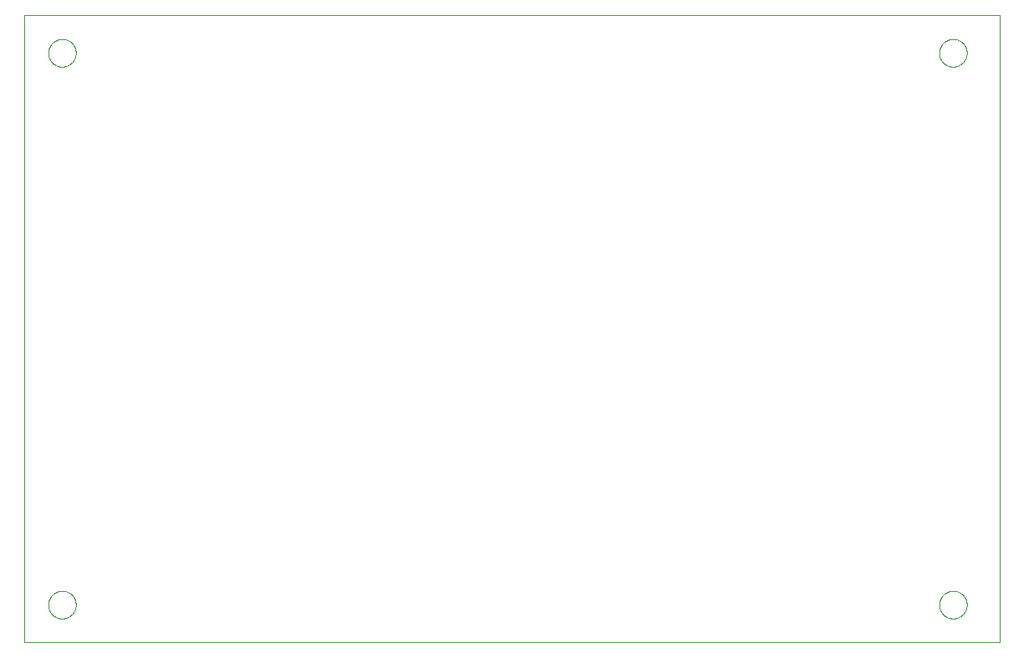
<source format=gtp>
G75*
%MOIN*%
%OFA0B0*%
%FSLAX25Y25*%
%IPPOS*%
%LPD*%
%AMOC8*
5,1,8,0,0,1.08239X$1,22.5*
%
%ADD10C,0.00000*%
D10*
X0001000Y0008000D02*
X0001000Y0257961D01*
X0389701Y0257961D01*
X0389701Y0008000D01*
X0001000Y0008000D01*
X0010488Y0023000D02*
X0010490Y0023148D01*
X0010496Y0023296D01*
X0010506Y0023444D01*
X0010520Y0023591D01*
X0010538Y0023738D01*
X0010559Y0023884D01*
X0010585Y0024030D01*
X0010615Y0024175D01*
X0010648Y0024319D01*
X0010686Y0024462D01*
X0010727Y0024604D01*
X0010772Y0024745D01*
X0010820Y0024885D01*
X0010873Y0025024D01*
X0010929Y0025161D01*
X0010989Y0025296D01*
X0011052Y0025430D01*
X0011119Y0025562D01*
X0011190Y0025692D01*
X0011264Y0025820D01*
X0011341Y0025946D01*
X0011422Y0026070D01*
X0011506Y0026192D01*
X0011593Y0026311D01*
X0011684Y0026428D01*
X0011778Y0026543D01*
X0011874Y0026655D01*
X0011974Y0026765D01*
X0012076Y0026871D01*
X0012182Y0026975D01*
X0012290Y0027076D01*
X0012401Y0027174D01*
X0012514Y0027270D01*
X0012630Y0027362D01*
X0012748Y0027451D01*
X0012869Y0027536D01*
X0012992Y0027619D01*
X0013117Y0027698D01*
X0013244Y0027774D01*
X0013373Y0027846D01*
X0013504Y0027915D01*
X0013637Y0027980D01*
X0013772Y0028041D01*
X0013908Y0028099D01*
X0014045Y0028154D01*
X0014184Y0028204D01*
X0014325Y0028251D01*
X0014466Y0028294D01*
X0014609Y0028334D01*
X0014753Y0028369D01*
X0014897Y0028401D01*
X0015043Y0028428D01*
X0015189Y0028452D01*
X0015336Y0028472D01*
X0015483Y0028488D01*
X0015630Y0028500D01*
X0015778Y0028508D01*
X0015926Y0028512D01*
X0016074Y0028512D01*
X0016222Y0028508D01*
X0016370Y0028500D01*
X0016517Y0028488D01*
X0016664Y0028472D01*
X0016811Y0028452D01*
X0016957Y0028428D01*
X0017103Y0028401D01*
X0017247Y0028369D01*
X0017391Y0028334D01*
X0017534Y0028294D01*
X0017675Y0028251D01*
X0017816Y0028204D01*
X0017955Y0028154D01*
X0018092Y0028099D01*
X0018228Y0028041D01*
X0018363Y0027980D01*
X0018496Y0027915D01*
X0018627Y0027846D01*
X0018756Y0027774D01*
X0018883Y0027698D01*
X0019008Y0027619D01*
X0019131Y0027536D01*
X0019252Y0027451D01*
X0019370Y0027362D01*
X0019486Y0027270D01*
X0019599Y0027174D01*
X0019710Y0027076D01*
X0019818Y0026975D01*
X0019924Y0026871D01*
X0020026Y0026765D01*
X0020126Y0026655D01*
X0020222Y0026543D01*
X0020316Y0026428D01*
X0020407Y0026311D01*
X0020494Y0026192D01*
X0020578Y0026070D01*
X0020659Y0025946D01*
X0020736Y0025820D01*
X0020810Y0025692D01*
X0020881Y0025562D01*
X0020948Y0025430D01*
X0021011Y0025296D01*
X0021071Y0025161D01*
X0021127Y0025024D01*
X0021180Y0024885D01*
X0021228Y0024745D01*
X0021273Y0024604D01*
X0021314Y0024462D01*
X0021352Y0024319D01*
X0021385Y0024175D01*
X0021415Y0024030D01*
X0021441Y0023884D01*
X0021462Y0023738D01*
X0021480Y0023591D01*
X0021494Y0023444D01*
X0021504Y0023296D01*
X0021510Y0023148D01*
X0021512Y0023000D01*
X0021510Y0022852D01*
X0021504Y0022704D01*
X0021494Y0022556D01*
X0021480Y0022409D01*
X0021462Y0022262D01*
X0021441Y0022116D01*
X0021415Y0021970D01*
X0021385Y0021825D01*
X0021352Y0021681D01*
X0021314Y0021538D01*
X0021273Y0021396D01*
X0021228Y0021255D01*
X0021180Y0021115D01*
X0021127Y0020976D01*
X0021071Y0020839D01*
X0021011Y0020704D01*
X0020948Y0020570D01*
X0020881Y0020438D01*
X0020810Y0020308D01*
X0020736Y0020180D01*
X0020659Y0020054D01*
X0020578Y0019930D01*
X0020494Y0019808D01*
X0020407Y0019689D01*
X0020316Y0019572D01*
X0020222Y0019457D01*
X0020126Y0019345D01*
X0020026Y0019235D01*
X0019924Y0019129D01*
X0019818Y0019025D01*
X0019710Y0018924D01*
X0019599Y0018826D01*
X0019486Y0018730D01*
X0019370Y0018638D01*
X0019252Y0018549D01*
X0019131Y0018464D01*
X0019008Y0018381D01*
X0018883Y0018302D01*
X0018756Y0018226D01*
X0018627Y0018154D01*
X0018496Y0018085D01*
X0018363Y0018020D01*
X0018228Y0017959D01*
X0018092Y0017901D01*
X0017955Y0017846D01*
X0017816Y0017796D01*
X0017675Y0017749D01*
X0017534Y0017706D01*
X0017391Y0017666D01*
X0017247Y0017631D01*
X0017103Y0017599D01*
X0016957Y0017572D01*
X0016811Y0017548D01*
X0016664Y0017528D01*
X0016517Y0017512D01*
X0016370Y0017500D01*
X0016222Y0017492D01*
X0016074Y0017488D01*
X0015926Y0017488D01*
X0015778Y0017492D01*
X0015630Y0017500D01*
X0015483Y0017512D01*
X0015336Y0017528D01*
X0015189Y0017548D01*
X0015043Y0017572D01*
X0014897Y0017599D01*
X0014753Y0017631D01*
X0014609Y0017666D01*
X0014466Y0017706D01*
X0014325Y0017749D01*
X0014184Y0017796D01*
X0014045Y0017846D01*
X0013908Y0017901D01*
X0013772Y0017959D01*
X0013637Y0018020D01*
X0013504Y0018085D01*
X0013373Y0018154D01*
X0013244Y0018226D01*
X0013117Y0018302D01*
X0012992Y0018381D01*
X0012869Y0018464D01*
X0012748Y0018549D01*
X0012630Y0018638D01*
X0012514Y0018730D01*
X0012401Y0018826D01*
X0012290Y0018924D01*
X0012182Y0019025D01*
X0012076Y0019129D01*
X0011974Y0019235D01*
X0011874Y0019345D01*
X0011778Y0019457D01*
X0011684Y0019572D01*
X0011593Y0019689D01*
X0011506Y0019808D01*
X0011422Y0019930D01*
X0011341Y0020054D01*
X0011264Y0020180D01*
X0011190Y0020308D01*
X0011119Y0020438D01*
X0011052Y0020570D01*
X0010989Y0020704D01*
X0010929Y0020839D01*
X0010873Y0020976D01*
X0010820Y0021115D01*
X0010772Y0021255D01*
X0010727Y0021396D01*
X0010686Y0021538D01*
X0010648Y0021681D01*
X0010615Y0021825D01*
X0010585Y0021970D01*
X0010559Y0022116D01*
X0010538Y0022262D01*
X0010520Y0022409D01*
X0010506Y0022556D01*
X0010496Y0022704D01*
X0010490Y0022852D01*
X0010488Y0023000D01*
X0010488Y0243000D02*
X0010490Y0243148D01*
X0010496Y0243296D01*
X0010506Y0243444D01*
X0010520Y0243591D01*
X0010538Y0243738D01*
X0010559Y0243884D01*
X0010585Y0244030D01*
X0010615Y0244175D01*
X0010648Y0244319D01*
X0010686Y0244462D01*
X0010727Y0244604D01*
X0010772Y0244745D01*
X0010820Y0244885D01*
X0010873Y0245024D01*
X0010929Y0245161D01*
X0010989Y0245296D01*
X0011052Y0245430D01*
X0011119Y0245562D01*
X0011190Y0245692D01*
X0011264Y0245820D01*
X0011341Y0245946D01*
X0011422Y0246070D01*
X0011506Y0246192D01*
X0011593Y0246311D01*
X0011684Y0246428D01*
X0011778Y0246543D01*
X0011874Y0246655D01*
X0011974Y0246765D01*
X0012076Y0246871D01*
X0012182Y0246975D01*
X0012290Y0247076D01*
X0012401Y0247174D01*
X0012514Y0247270D01*
X0012630Y0247362D01*
X0012748Y0247451D01*
X0012869Y0247536D01*
X0012992Y0247619D01*
X0013117Y0247698D01*
X0013244Y0247774D01*
X0013373Y0247846D01*
X0013504Y0247915D01*
X0013637Y0247980D01*
X0013772Y0248041D01*
X0013908Y0248099D01*
X0014045Y0248154D01*
X0014184Y0248204D01*
X0014325Y0248251D01*
X0014466Y0248294D01*
X0014609Y0248334D01*
X0014753Y0248369D01*
X0014897Y0248401D01*
X0015043Y0248428D01*
X0015189Y0248452D01*
X0015336Y0248472D01*
X0015483Y0248488D01*
X0015630Y0248500D01*
X0015778Y0248508D01*
X0015926Y0248512D01*
X0016074Y0248512D01*
X0016222Y0248508D01*
X0016370Y0248500D01*
X0016517Y0248488D01*
X0016664Y0248472D01*
X0016811Y0248452D01*
X0016957Y0248428D01*
X0017103Y0248401D01*
X0017247Y0248369D01*
X0017391Y0248334D01*
X0017534Y0248294D01*
X0017675Y0248251D01*
X0017816Y0248204D01*
X0017955Y0248154D01*
X0018092Y0248099D01*
X0018228Y0248041D01*
X0018363Y0247980D01*
X0018496Y0247915D01*
X0018627Y0247846D01*
X0018756Y0247774D01*
X0018883Y0247698D01*
X0019008Y0247619D01*
X0019131Y0247536D01*
X0019252Y0247451D01*
X0019370Y0247362D01*
X0019486Y0247270D01*
X0019599Y0247174D01*
X0019710Y0247076D01*
X0019818Y0246975D01*
X0019924Y0246871D01*
X0020026Y0246765D01*
X0020126Y0246655D01*
X0020222Y0246543D01*
X0020316Y0246428D01*
X0020407Y0246311D01*
X0020494Y0246192D01*
X0020578Y0246070D01*
X0020659Y0245946D01*
X0020736Y0245820D01*
X0020810Y0245692D01*
X0020881Y0245562D01*
X0020948Y0245430D01*
X0021011Y0245296D01*
X0021071Y0245161D01*
X0021127Y0245024D01*
X0021180Y0244885D01*
X0021228Y0244745D01*
X0021273Y0244604D01*
X0021314Y0244462D01*
X0021352Y0244319D01*
X0021385Y0244175D01*
X0021415Y0244030D01*
X0021441Y0243884D01*
X0021462Y0243738D01*
X0021480Y0243591D01*
X0021494Y0243444D01*
X0021504Y0243296D01*
X0021510Y0243148D01*
X0021512Y0243000D01*
X0021510Y0242852D01*
X0021504Y0242704D01*
X0021494Y0242556D01*
X0021480Y0242409D01*
X0021462Y0242262D01*
X0021441Y0242116D01*
X0021415Y0241970D01*
X0021385Y0241825D01*
X0021352Y0241681D01*
X0021314Y0241538D01*
X0021273Y0241396D01*
X0021228Y0241255D01*
X0021180Y0241115D01*
X0021127Y0240976D01*
X0021071Y0240839D01*
X0021011Y0240704D01*
X0020948Y0240570D01*
X0020881Y0240438D01*
X0020810Y0240308D01*
X0020736Y0240180D01*
X0020659Y0240054D01*
X0020578Y0239930D01*
X0020494Y0239808D01*
X0020407Y0239689D01*
X0020316Y0239572D01*
X0020222Y0239457D01*
X0020126Y0239345D01*
X0020026Y0239235D01*
X0019924Y0239129D01*
X0019818Y0239025D01*
X0019710Y0238924D01*
X0019599Y0238826D01*
X0019486Y0238730D01*
X0019370Y0238638D01*
X0019252Y0238549D01*
X0019131Y0238464D01*
X0019008Y0238381D01*
X0018883Y0238302D01*
X0018756Y0238226D01*
X0018627Y0238154D01*
X0018496Y0238085D01*
X0018363Y0238020D01*
X0018228Y0237959D01*
X0018092Y0237901D01*
X0017955Y0237846D01*
X0017816Y0237796D01*
X0017675Y0237749D01*
X0017534Y0237706D01*
X0017391Y0237666D01*
X0017247Y0237631D01*
X0017103Y0237599D01*
X0016957Y0237572D01*
X0016811Y0237548D01*
X0016664Y0237528D01*
X0016517Y0237512D01*
X0016370Y0237500D01*
X0016222Y0237492D01*
X0016074Y0237488D01*
X0015926Y0237488D01*
X0015778Y0237492D01*
X0015630Y0237500D01*
X0015483Y0237512D01*
X0015336Y0237528D01*
X0015189Y0237548D01*
X0015043Y0237572D01*
X0014897Y0237599D01*
X0014753Y0237631D01*
X0014609Y0237666D01*
X0014466Y0237706D01*
X0014325Y0237749D01*
X0014184Y0237796D01*
X0014045Y0237846D01*
X0013908Y0237901D01*
X0013772Y0237959D01*
X0013637Y0238020D01*
X0013504Y0238085D01*
X0013373Y0238154D01*
X0013244Y0238226D01*
X0013117Y0238302D01*
X0012992Y0238381D01*
X0012869Y0238464D01*
X0012748Y0238549D01*
X0012630Y0238638D01*
X0012514Y0238730D01*
X0012401Y0238826D01*
X0012290Y0238924D01*
X0012182Y0239025D01*
X0012076Y0239129D01*
X0011974Y0239235D01*
X0011874Y0239345D01*
X0011778Y0239457D01*
X0011684Y0239572D01*
X0011593Y0239689D01*
X0011506Y0239808D01*
X0011422Y0239930D01*
X0011341Y0240054D01*
X0011264Y0240180D01*
X0011190Y0240308D01*
X0011119Y0240438D01*
X0011052Y0240570D01*
X0010989Y0240704D01*
X0010929Y0240839D01*
X0010873Y0240976D01*
X0010820Y0241115D01*
X0010772Y0241255D01*
X0010727Y0241396D01*
X0010686Y0241538D01*
X0010648Y0241681D01*
X0010615Y0241825D01*
X0010585Y0241970D01*
X0010559Y0242116D01*
X0010538Y0242262D01*
X0010520Y0242409D01*
X0010506Y0242556D01*
X0010496Y0242704D01*
X0010490Y0242852D01*
X0010488Y0243000D01*
X0365488Y0243000D02*
X0365490Y0243148D01*
X0365496Y0243296D01*
X0365506Y0243444D01*
X0365520Y0243591D01*
X0365538Y0243738D01*
X0365559Y0243884D01*
X0365585Y0244030D01*
X0365615Y0244175D01*
X0365648Y0244319D01*
X0365686Y0244462D01*
X0365727Y0244604D01*
X0365772Y0244745D01*
X0365820Y0244885D01*
X0365873Y0245024D01*
X0365929Y0245161D01*
X0365989Y0245296D01*
X0366052Y0245430D01*
X0366119Y0245562D01*
X0366190Y0245692D01*
X0366264Y0245820D01*
X0366341Y0245946D01*
X0366422Y0246070D01*
X0366506Y0246192D01*
X0366593Y0246311D01*
X0366684Y0246428D01*
X0366778Y0246543D01*
X0366874Y0246655D01*
X0366974Y0246765D01*
X0367076Y0246871D01*
X0367182Y0246975D01*
X0367290Y0247076D01*
X0367401Y0247174D01*
X0367514Y0247270D01*
X0367630Y0247362D01*
X0367748Y0247451D01*
X0367869Y0247536D01*
X0367992Y0247619D01*
X0368117Y0247698D01*
X0368244Y0247774D01*
X0368373Y0247846D01*
X0368504Y0247915D01*
X0368637Y0247980D01*
X0368772Y0248041D01*
X0368908Y0248099D01*
X0369045Y0248154D01*
X0369184Y0248204D01*
X0369325Y0248251D01*
X0369466Y0248294D01*
X0369609Y0248334D01*
X0369753Y0248369D01*
X0369897Y0248401D01*
X0370043Y0248428D01*
X0370189Y0248452D01*
X0370336Y0248472D01*
X0370483Y0248488D01*
X0370630Y0248500D01*
X0370778Y0248508D01*
X0370926Y0248512D01*
X0371074Y0248512D01*
X0371222Y0248508D01*
X0371370Y0248500D01*
X0371517Y0248488D01*
X0371664Y0248472D01*
X0371811Y0248452D01*
X0371957Y0248428D01*
X0372103Y0248401D01*
X0372247Y0248369D01*
X0372391Y0248334D01*
X0372534Y0248294D01*
X0372675Y0248251D01*
X0372816Y0248204D01*
X0372955Y0248154D01*
X0373092Y0248099D01*
X0373228Y0248041D01*
X0373363Y0247980D01*
X0373496Y0247915D01*
X0373627Y0247846D01*
X0373756Y0247774D01*
X0373883Y0247698D01*
X0374008Y0247619D01*
X0374131Y0247536D01*
X0374252Y0247451D01*
X0374370Y0247362D01*
X0374486Y0247270D01*
X0374599Y0247174D01*
X0374710Y0247076D01*
X0374818Y0246975D01*
X0374924Y0246871D01*
X0375026Y0246765D01*
X0375126Y0246655D01*
X0375222Y0246543D01*
X0375316Y0246428D01*
X0375407Y0246311D01*
X0375494Y0246192D01*
X0375578Y0246070D01*
X0375659Y0245946D01*
X0375736Y0245820D01*
X0375810Y0245692D01*
X0375881Y0245562D01*
X0375948Y0245430D01*
X0376011Y0245296D01*
X0376071Y0245161D01*
X0376127Y0245024D01*
X0376180Y0244885D01*
X0376228Y0244745D01*
X0376273Y0244604D01*
X0376314Y0244462D01*
X0376352Y0244319D01*
X0376385Y0244175D01*
X0376415Y0244030D01*
X0376441Y0243884D01*
X0376462Y0243738D01*
X0376480Y0243591D01*
X0376494Y0243444D01*
X0376504Y0243296D01*
X0376510Y0243148D01*
X0376512Y0243000D01*
X0376510Y0242852D01*
X0376504Y0242704D01*
X0376494Y0242556D01*
X0376480Y0242409D01*
X0376462Y0242262D01*
X0376441Y0242116D01*
X0376415Y0241970D01*
X0376385Y0241825D01*
X0376352Y0241681D01*
X0376314Y0241538D01*
X0376273Y0241396D01*
X0376228Y0241255D01*
X0376180Y0241115D01*
X0376127Y0240976D01*
X0376071Y0240839D01*
X0376011Y0240704D01*
X0375948Y0240570D01*
X0375881Y0240438D01*
X0375810Y0240308D01*
X0375736Y0240180D01*
X0375659Y0240054D01*
X0375578Y0239930D01*
X0375494Y0239808D01*
X0375407Y0239689D01*
X0375316Y0239572D01*
X0375222Y0239457D01*
X0375126Y0239345D01*
X0375026Y0239235D01*
X0374924Y0239129D01*
X0374818Y0239025D01*
X0374710Y0238924D01*
X0374599Y0238826D01*
X0374486Y0238730D01*
X0374370Y0238638D01*
X0374252Y0238549D01*
X0374131Y0238464D01*
X0374008Y0238381D01*
X0373883Y0238302D01*
X0373756Y0238226D01*
X0373627Y0238154D01*
X0373496Y0238085D01*
X0373363Y0238020D01*
X0373228Y0237959D01*
X0373092Y0237901D01*
X0372955Y0237846D01*
X0372816Y0237796D01*
X0372675Y0237749D01*
X0372534Y0237706D01*
X0372391Y0237666D01*
X0372247Y0237631D01*
X0372103Y0237599D01*
X0371957Y0237572D01*
X0371811Y0237548D01*
X0371664Y0237528D01*
X0371517Y0237512D01*
X0371370Y0237500D01*
X0371222Y0237492D01*
X0371074Y0237488D01*
X0370926Y0237488D01*
X0370778Y0237492D01*
X0370630Y0237500D01*
X0370483Y0237512D01*
X0370336Y0237528D01*
X0370189Y0237548D01*
X0370043Y0237572D01*
X0369897Y0237599D01*
X0369753Y0237631D01*
X0369609Y0237666D01*
X0369466Y0237706D01*
X0369325Y0237749D01*
X0369184Y0237796D01*
X0369045Y0237846D01*
X0368908Y0237901D01*
X0368772Y0237959D01*
X0368637Y0238020D01*
X0368504Y0238085D01*
X0368373Y0238154D01*
X0368244Y0238226D01*
X0368117Y0238302D01*
X0367992Y0238381D01*
X0367869Y0238464D01*
X0367748Y0238549D01*
X0367630Y0238638D01*
X0367514Y0238730D01*
X0367401Y0238826D01*
X0367290Y0238924D01*
X0367182Y0239025D01*
X0367076Y0239129D01*
X0366974Y0239235D01*
X0366874Y0239345D01*
X0366778Y0239457D01*
X0366684Y0239572D01*
X0366593Y0239689D01*
X0366506Y0239808D01*
X0366422Y0239930D01*
X0366341Y0240054D01*
X0366264Y0240180D01*
X0366190Y0240308D01*
X0366119Y0240438D01*
X0366052Y0240570D01*
X0365989Y0240704D01*
X0365929Y0240839D01*
X0365873Y0240976D01*
X0365820Y0241115D01*
X0365772Y0241255D01*
X0365727Y0241396D01*
X0365686Y0241538D01*
X0365648Y0241681D01*
X0365615Y0241825D01*
X0365585Y0241970D01*
X0365559Y0242116D01*
X0365538Y0242262D01*
X0365520Y0242409D01*
X0365506Y0242556D01*
X0365496Y0242704D01*
X0365490Y0242852D01*
X0365488Y0243000D01*
X0365488Y0023000D02*
X0365490Y0023148D01*
X0365496Y0023296D01*
X0365506Y0023444D01*
X0365520Y0023591D01*
X0365538Y0023738D01*
X0365559Y0023884D01*
X0365585Y0024030D01*
X0365615Y0024175D01*
X0365648Y0024319D01*
X0365686Y0024462D01*
X0365727Y0024604D01*
X0365772Y0024745D01*
X0365820Y0024885D01*
X0365873Y0025024D01*
X0365929Y0025161D01*
X0365989Y0025296D01*
X0366052Y0025430D01*
X0366119Y0025562D01*
X0366190Y0025692D01*
X0366264Y0025820D01*
X0366341Y0025946D01*
X0366422Y0026070D01*
X0366506Y0026192D01*
X0366593Y0026311D01*
X0366684Y0026428D01*
X0366778Y0026543D01*
X0366874Y0026655D01*
X0366974Y0026765D01*
X0367076Y0026871D01*
X0367182Y0026975D01*
X0367290Y0027076D01*
X0367401Y0027174D01*
X0367514Y0027270D01*
X0367630Y0027362D01*
X0367748Y0027451D01*
X0367869Y0027536D01*
X0367992Y0027619D01*
X0368117Y0027698D01*
X0368244Y0027774D01*
X0368373Y0027846D01*
X0368504Y0027915D01*
X0368637Y0027980D01*
X0368772Y0028041D01*
X0368908Y0028099D01*
X0369045Y0028154D01*
X0369184Y0028204D01*
X0369325Y0028251D01*
X0369466Y0028294D01*
X0369609Y0028334D01*
X0369753Y0028369D01*
X0369897Y0028401D01*
X0370043Y0028428D01*
X0370189Y0028452D01*
X0370336Y0028472D01*
X0370483Y0028488D01*
X0370630Y0028500D01*
X0370778Y0028508D01*
X0370926Y0028512D01*
X0371074Y0028512D01*
X0371222Y0028508D01*
X0371370Y0028500D01*
X0371517Y0028488D01*
X0371664Y0028472D01*
X0371811Y0028452D01*
X0371957Y0028428D01*
X0372103Y0028401D01*
X0372247Y0028369D01*
X0372391Y0028334D01*
X0372534Y0028294D01*
X0372675Y0028251D01*
X0372816Y0028204D01*
X0372955Y0028154D01*
X0373092Y0028099D01*
X0373228Y0028041D01*
X0373363Y0027980D01*
X0373496Y0027915D01*
X0373627Y0027846D01*
X0373756Y0027774D01*
X0373883Y0027698D01*
X0374008Y0027619D01*
X0374131Y0027536D01*
X0374252Y0027451D01*
X0374370Y0027362D01*
X0374486Y0027270D01*
X0374599Y0027174D01*
X0374710Y0027076D01*
X0374818Y0026975D01*
X0374924Y0026871D01*
X0375026Y0026765D01*
X0375126Y0026655D01*
X0375222Y0026543D01*
X0375316Y0026428D01*
X0375407Y0026311D01*
X0375494Y0026192D01*
X0375578Y0026070D01*
X0375659Y0025946D01*
X0375736Y0025820D01*
X0375810Y0025692D01*
X0375881Y0025562D01*
X0375948Y0025430D01*
X0376011Y0025296D01*
X0376071Y0025161D01*
X0376127Y0025024D01*
X0376180Y0024885D01*
X0376228Y0024745D01*
X0376273Y0024604D01*
X0376314Y0024462D01*
X0376352Y0024319D01*
X0376385Y0024175D01*
X0376415Y0024030D01*
X0376441Y0023884D01*
X0376462Y0023738D01*
X0376480Y0023591D01*
X0376494Y0023444D01*
X0376504Y0023296D01*
X0376510Y0023148D01*
X0376512Y0023000D01*
X0376510Y0022852D01*
X0376504Y0022704D01*
X0376494Y0022556D01*
X0376480Y0022409D01*
X0376462Y0022262D01*
X0376441Y0022116D01*
X0376415Y0021970D01*
X0376385Y0021825D01*
X0376352Y0021681D01*
X0376314Y0021538D01*
X0376273Y0021396D01*
X0376228Y0021255D01*
X0376180Y0021115D01*
X0376127Y0020976D01*
X0376071Y0020839D01*
X0376011Y0020704D01*
X0375948Y0020570D01*
X0375881Y0020438D01*
X0375810Y0020308D01*
X0375736Y0020180D01*
X0375659Y0020054D01*
X0375578Y0019930D01*
X0375494Y0019808D01*
X0375407Y0019689D01*
X0375316Y0019572D01*
X0375222Y0019457D01*
X0375126Y0019345D01*
X0375026Y0019235D01*
X0374924Y0019129D01*
X0374818Y0019025D01*
X0374710Y0018924D01*
X0374599Y0018826D01*
X0374486Y0018730D01*
X0374370Y0018638D01*
X0374252Y0018549D01*
X0374131Y0018464D01*
X0374008Y0018381D01*
X0373883Y0018302D01*
X0373756Y0018226D01*
X0373627Y0018154D01*
X0373496Y0018085D01*
X0373363Y0018020D01*
X0373228Y0017959D01*
X0373092Y0017901D01*
X0372955Y0017846D01*
X0372816Y0017796D01*
X0372675Y0017749D01*
X0372534Y0017706D01*
X0372391Y0017666D01*
X0372247Y0017631D01*
X0372103Y0017599D01*
X0371957Y0017572D01*
X0371811Y0017548D01*
X0371664Y0017528D01*
X0371517Y0017512D01*
X0371370Y0017500D01*
X0371222Y0017492D01*
X0371074Y0017488D01*
X0370926Y0017488D01*
X0370778Y0017492D01*
X0370630Y0017500D01*
X0370483Y0017512D01*
X0370336Y0017528D01*
X0370189Y0017548D01*
X0370043Y0017572D01*
X0369897Y0017599D01*
X0369753Y0017631D01*
X0369609Y0017666D01*
X0369466Y0017706D01*
X0369325Y0017749D01*
X0369184Y0017796D01*
X0369045Y0017846D01*
X0368908Y0017901D01*
X0368772Y0017959D01*
X0368637Y0018020D01*
X0368504Y0018085D01*
X0368373Y0018154D01*
X0368244Y0018226D01*
X0368117Y0018302D01*
X0367992Y0018381D01*
X0367869Y0018464D01*
X0367748Y0018549D01*
X0367630Y0018638D01*
X0367514Y0018730D01*
X0367401Y0018826D01*
X0367290Y0018924D01*
X0367182Y0019025D01*
X0367076Y0019129D01*
X0366974Y0019235D01*
X0366874Y0019345D01*
X0366778Y0019457D01*
X0366684Y0019572D01*
X0366593Y0019689D01*
X0366506Y0019808D01*
X0366422Y0019930D01*
X0366341Y0020054D01*
X0366264Y0020180D01*
X0366190Y0020308D01*
X0366119Y0020438D01*
X0366052Y0020570D01*
X0365989Y0020704D01*
X0365929Y0020839D01*
X0365873Y0020976D01*
X0365820Y0021115D01*
X0365772Y0021255D01*
X0365727Y0021396D01*
X0365686Y0021538D01*
X0365648Y0021681D01*
X0365615Y0021825D01*
X0365585Y0021970D01*
X0365559Y0022116D01*
X0365538Y0022262D01*
X0365520Y0022409D01*
X0365506Y0022556D01*
X0365496Y0022704D01*
X0365490Y0022852D01*
X0365488Y0023000D01*
M02*

</source>
